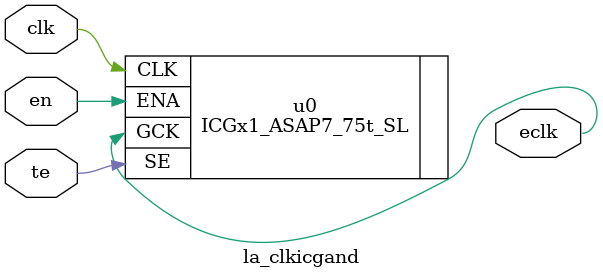
<source format=v>

(* keep_hierarchy *)
module la_clkicgand #(
    parameter PROP = "DEFAULT"
) (
    input  clk,  // clock input
    input  te,   // test enable
    input  en,   // enable (from positive edge FF)
    output eclk  // enabled clock output
);

  // reg en_stable;

  // always @(clk or en or te) if (~clk) en_stable <= en | te;

  // assign eclk = clk & en_stable;

  ICGx1_ASAP7_75t_SL u0 (
      .CLK(clk),
      .ENA(en),
      .SE (te),
      .GCK(eclk)
  );

endmodule

</source>
